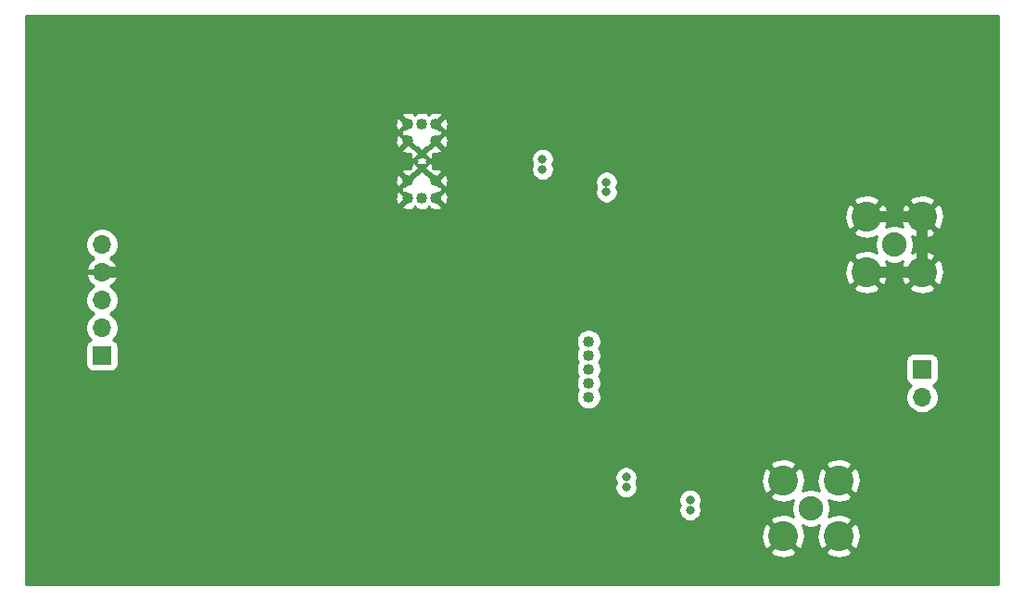
<source format=gbl>
%TF.GenerationSoftware,KiCad,Pcbnew,5.1.9-73d0e3b20d~88~ubuntu20.04.1*%
%TF.CreationDate,2021-08-29T02:04:36+07:00*%
%TF.ProjectId,rf_gpr,72665f67-7072-42e6-9b69-6361645f7063,rev?*%
%TF.SameCoordinates,Original*%
%TF.FileFunction,Copper,L2,Bot*%
%TF.FilePolarity,Positive*%
%FSLAX46Y46*%
G04 Gerber Fmt 4.6, Leading zero omitted, Abs format (unit mm)*
G04 Created by KiCad (PCBNEW 5.1.9-73d0e3b20d~88~ubuntu20.04.1) date 2021-08-29 02:04:36*
%MOMM*%
%LPD*%
G01*
G04 APERTURE LIST*
%TA.AperFunction,ComponentPad*%
%ADD10O,1.700000X1.700000*%
%TD*%
%TA.AperFunction,ComponentPad*%
%ADD11R,1.700000X1.700000*%
%TD*%
%TA.AperFunction,ComponentPad*%
%ADD12C,0.808000*%
%TD*%
%TA.AperFunction,ComponentPad*%
%ADD13C,1.016000*%
%TD*%
%TA.AperFunction,ComponentPad*%
%ADD14C,0.762000*%
%TD*%
%TA.AperFunction,ComponentPad*%
%ADD15C,2.240000*%
%TD*%
%TA.AperFunction,ComponentPad*%
%ADD16C,2.740000*%
%TD*%
%TA.AperFunction,ViaPad*%
%ADD17C,0.800000*%
%TD*%
%TA.AperFunction,Conductor*%
%ADD18C,1.000000*%
%TD*%
%TA.AperFunction,Conductor*%
%ADD19C,0.254000*%
%TD*%
%TA.AperFunction,Conductor*%
%ADD20C,0.100000*%
%TD*%
G04 APERTURE END LIST*
D10*
%TO.P,Dummy,2*%
%TO.N,N/C*%
X157480000Y-86360000D03*
D11*
%TO.P,Dummy,1*%
X157480000Y-83820000D03*
%TD*%
D12*
%TO.P,U8,3*%
%TO.N,Net-(C4-Pad2)*%
X136283700Y-96685100D03*
X136283700Y-95770700D03*
%TO.P,U8,1*%
%TO.N,Net-(U5-Pad1)*%
X130441700Y-94602300D03*
X130441700Y-93687900D03*
%TD*%
%TO.P,U4,3*%
%TO.N,Net-(C1-Pad1)*%
X122796300Y-64604900D03*
X122796300Y-65519300D03*
%TO.P,U4,1*%
%TO.N,Net-(U4-Pad1)*%
X128638300Y-66687700D03*
X128638300Y-67602100D03*
%TD*%
D13*
%TO.P,U3,6*%
%TO.N,Net-(U3-Pad6)*%
X127000000Y-86360000D03*
X127000000Y-85090000D03*
X127000000Y-83820000D03*
X127000000Y-82550000D03*
X127000000Y-81280000D03*
%TD*%
D14*
%TO.P,U2,4*%
%TO.N,GND*%
X111760000Y-64135000D03*
D13*
X110490000Y-61404500D03*
X113030000Y-62953900D03*
X113030000Y-61404500D03*
X110490000Y-62953900D03*
X111760000Y-61404500D03*
%TO.P,U2,2*%
X110490000Y-66586100D03*
X113030000Y-66586100D03*
X110490000Y-68135500D03*
X111760000Y-68135500D03*
X113030000Y-68135500D03*
D14*
X111760000Y-65405000D03*
%TD*%
D13*
%TO.P,U1,1*%
%TO.N,GND*%
X90525600Y-62230000D03*
X90525600Y-67310000D03*
X90525600Y-69850000D03*
X90525600Y-74930000D03*
X90525600Y-77470000D03*
X105486200Y-77470000D03*
X105486200Y-74930000D03*
X105486200Y-72390000D03*
X105486200Y-69850000D03*
X105486200Y-67310000D03*
X105486200Y-62230000D03*
X100660200Y-62230000D03*
X100660200Y-64770000D03*
X100660200Y-67310000D03*
X100660200Y-69850000D03*
X100660200Y-72390000D03*
X100660200Y-74930000D03*
X100660200Y-77470000D03*
X95351600Y-77470000D03*
X95351600Y-74930000D03*
X95351600Y-72390000D03*
X95351600Y-69850000D03*
X95351600Y-67310000D03*
X95351600Y-64770000D03*
X95351600Y-62230000D03*
%TD*%
D15*
%TO.P,J3,1*%
%TO.N,Net-(C4-Pad1)*%
X147320000Y-96520000D03*
D16*
%TO.P,J3,2*%
%TO.N,GND*%
X144780000Y-93980000D03*
X149860000Y-93980000D03*
X149860000Y-99060000D03*
X144780000Y-99060000D03*
%TD*%
D15*
%TO.P,J2,1*%
%TO.N,Net-(J2-Pad1)*%
X154940000Y-72390000D03*
D16*
%TO.P,J2,2*%
%TO.N,GND*%
X152400000Y-69850000D03*
X157480000Y-69850000D03*
X157480000Y-74930000D03*
X152400000Y-74930000D03*
%TD*%
D10*
%TO.P,J1,5*%
%TO.N,Net-(J1-Pad5)*%
X82550000Y-72390000D03*
%TO.P,J1,4*%
%TO.N,GND*%
X82550000Y-74930000D03*
%TO.P,J1,3*%
%TO.N,Net-(J1-Pad3)*%
X82550000Y-77470000D03*
%TO.P,J1,2*%
%TO.N,+5V*%
X82550000Y-80010000D03*
D11*
%TO.P,J1,1*%
%TO.N,Net-(J1-Pad1)*%
X82550000Y-82550000D03*
%TD*%
D17*
%TO.N,GND*%
X128270000Y-63500000D03*
X138430000Y-59690000D03*
X132080000Y-83820000D03*
X121920000Y-81280000D03*
X130810000Y-97790000D03*
X118110000Y-96520000D03*
%TD*%
D18*
%TO.N,GND*%
X82550000Y-74930000D02*
X90525600Y-74930000D01*
X152400000Y-74930000D02*
X157480000Y-74930000D01*
X152400000Y-69850000D02*
X157480000Y-69850000D01*
X157480000Y-69850000D02*
X157480000Y-74930000D01*
%TD*%
D19*
%TO.N,GND*%
X164440000Y-103480000D02*
X75590000Y-103480000D01*
X75590000Y-100459082D01*
X143560523Y-100459082D01*
X143700889Y-100761334D01*
X144053538Y-100939168D01*
X144434104Y-101044786D01*
X144827962Y-101074129D01*
X145219978Y-101026072D01*
X145595086Y-100902458D01*
X145859111Y-100761334D01*
X145999477Y-100459082D01*
X148640523Y-100459082D01*
X148780889Y-100761334D01*
X149133538Y-100939168D01*
X149514104Y-101044786D01*
X149907962Y-101074129D01*
X150299978Y-101026072D01*
X150675086Y-100902458D01*
X150939111Y-100761334D01*
X151079477Y-100459082D01*
X149860000Y-99239605D01*
X148640523Y-100459082D01*
X145999477Y-100459082D01*
X144780000Y-99239605D01*
X143560523Y-100459082D01*
X75590000Y-100459082D01*
X75590000Y-99107962D01*
X142765871Y-99107962D01*
X142813928Y-99499978D01*
X142937542Y-99875086D01*
X143078666Y-100139111D01*
X143380918Y-100279477D01*
X144600395Y-99060000D01*
X143380918Y-97840523D01*
X143078666Y-97980889D01*
X142900832Y-98333538D01*
X142795214Y-98714104D01*
X142765871Y-99107962D01*
X75590000Y-99107962D01*
X75590000Y-95668367D01*
X135244700Y-95668367D01*
X135244700Y-95873033D01*
X135284628Y-96073765D01*
X135348473Y-96227900D01*
X135284628Y-96382035D01*
X135244700Y-96582767D01*
X135244700Y-96787433D01*
X135284628Y-96988165D01*
X135362950Y-97177251D01*
X135476656Y-97347424D01*
X135621376Y-97492144D01*
X135791549Y-97605850D01*
X135980635Y-97684172D01*
X136181367Y-97724100D01*
X136386033Y-97724100D01*
X136586765Y-97684172D01*
X136775851Y-97605850D01*
X136946024Y-97492144D01*
X137090744Y-97347424D01*
X137204450Y-97177251D01*
X137282772Y-96988165D01*
X137322700Y-96787433D01*
X137322700Y-96582767D01*
X137282772Y-96382035D01*
X137218927Y-96227900D01*
X137282772Y-96073765D01*
X137322700Y-95873033D01*
X137322700Y-95668367D01*
X137282772Y-95467635D01*
X137246093Y-95379082D01*
X143560523Y-95379082D01*
X143700889Y-95681334D01*
X144053538Y-95859168D01*
X144434104Y-95964786D01*
X144827962Y-95994129D01*
X145219978Y-95946072D01*
X145595086Y-95822458D01*
X145741820Y-95744027D01*
X145632443Y-96008085D01*
X145565000Y-96347148D01*
X145565000Y-96692852D01*
X145632443Y-97031915D01*
X145743676Y-97300455D01*
X145506462Y-97180832D01*
X145125896Y-97075214D01*
X144732038Y-97045871D01*
X144340022Y-97093928D01*
X143964914Y-97217542D01*
X143700889Y-97358666D01*
X143560523Y-97660918D01*
X144780000Y-98880395D01*
X144794143Y-98866253D01*
X144973748Y-99045858D01*
X144959605Y-99060000D01*
X146179082Y-100279477D01*
X146481334Y-100139111D01*
X146659168Y-99786462D01*
X146764786Y-99405896D01*
X146794129Y-99012038D01*
X146746072Y-98620022D01*
X146622458Y-98244914D01*
X146544027Y-98098180D01*
X146808085Y-98207557D01*
X147147148Y-98275000D01*
X147492852Y-98275000D01*
X147831915Y-98207557D01*
X148100455Y-98096324D01*
X147980832Y-98333538D01*
X147875214Y-98714104D01*
X147845871Y-99107962D01*
X147893928Y-99499978D01*
X148017542Y-99875086D01*
X148158666Y-100139111D01*
X148460918Y-100279477D01*
X149680395Y-99060000D01*
X150039605Y-99060000D01*
X151259082Y-100279477D01*
X151561334Y-100139111D01*
X151739168Y-99786462D01*
X151844786Y-99405896D01*
X151874129Y-99012038D01*
X151826072Y-98620022D01*
X151702458Y-98244914D01*
X151561334Y-97980889D01*
X151259082Y-97840523D01*
X150039605Y-99060000D01*
X149680395Y-99060000D01*
X149666253Y-99045858D01*
X149845858Y-98866253D01*
X149860000Y-98880395D01*
X151079477Y-97660918D01*
X150939111Y-97358666D01*
X150586462Y-97180832D01*
X150205896Y-97075214D01*
X149812038Y-97045871D01*
X149420022Y-97093928D01*
X149044914Y-97217542D01*
X148898180Y-97295973D01*
X149007557Y-97031915D01*
X149075000Y-96692852D01*
X149075000Y-96347148D01*
X149007557Y-96008085D01*
X148896324Y-95739545D01*
X149133538Y-95859168D01*
X149514104Y-95964786D01*
X149907962Y-95994129D01*
X150299978Y-95946072D01*
X150675086Y-95822458D01*
X150939111Y-95681334D01*
X151079477Y-95379082D01*
X149860000Y-94159605D01*
X149845858Y-94173748D01*
X149666253Y-93994143D01*
X149680395Y-93980000D01*
X150039605Y-93980000D01*
X151259082Y-95199477D01*
X151561334Y-95059111D01*
X151739168Y-94706462D01*
X151844786Y-94325896D01*
X151874129Y-93932038D01*
X151826072Y-93540022D01*
X151702458Y-93164914D01*
X151561334Y-92900889D01*
X151259082Y-92760523D01*
X150039605Y-93980000D01*
X149680395Y-93980000D01*
X148460918Y-92760523D01*
X148158666Y-92900889D01*
X147980832Y-93253538D01*
X147875214Y-93634104D01*
X147845871Y-94027962D01*
X147893928Y-94419978D01*
X148017542Y-94795086D01*
X148095973Y-94941820D01*
X147831915Y-94832443D01*
X147492852Y-94765000D01*
X147147148Y-94765000D01*
X146808085Y-94832443D01*
X146539545Y-94943676D01*
X146659168Y-94706462D01*
X146764786Y-94325896D01*
X146794129Y-93932038D01*
X146746072Y-93540022D01*
X146622458Y-93164914D01*
X146481334Y-92900889D01*
X146179082Y-92760523D01*
X144959605Y-93980000D01*
X144973748Y-93994143D01*
X144794143Y-94173748D01*
X144780000Y-94159605D01*
X143560523Y-95379082D01*
X137246093Y-95379082D01*
X137204450Y-95278549D01*
X137090744Y-95108376D01*
X136946024Y-94963656D01*
X136775851Y-94849950D01*
X136586765Y-94771628D01*
X136386033Y-94731700D01*
X136181367Y-94731700D01*
X135980635Y-94771628D01*
X135791549Y-94849950D01*
X135621376Y-94963656D01*
X135476656Y-95108376D01*
X135362950Y-95278549D01*
X135284628Y-95467635D01*
X135244700Y-95668367D01*
X75590000Y-95668367D01*
X75590000Y-93585567D01*
X129402700Y-93585567D01*
X129402700Y-93790233D01*
X129442628Y-93990965D01*
X129506473Y-94145100D01*
X129442628Y-94299235D01*
X129402700Y-94499967D01*
X129402700Y-94704633D01*
X129442628Y-94905365D01*
X129520950Y-95094451D01*
X129634656Y-95264624D01*
X129779376Y-95409344D01*
X129949549Y-95523050D01*
X130138635Y-95601372D01*
X130339367Y-95641300D01*
X130544033Y-95641300D01*
X130744765Y-95601372D01*
X130933851Y-95523050D01*
X131104024Y-95409344D01*
X131248744Y-95264624D01*
X131362450Y-95094451D01*
X131440772Y-94905365D01*
X131480700Y-94704633D01*
X131480700Y-94499967D01*
X131440772Y-94299235D01*
X131376927Y-94145100D01*
X131425447Y-94027962D01*
X142765871Y-94027962D01*
X142813928Y-94419978D01*
X142937542Y-94795086D01*
X143078666Y-95059111D01*
X143380918Y-95199477D01*
X144600395Y-93980000D01*
X143380918Y-92760523D01*
X143078666Y-92900889D01*
X142900832Y-93253538D01*
X142795214Y-93634104D01*
X142765871Y-94027962D01*
X131425447Y-94027962D01*
X131440772Y-93990965D01*
X131480700Y-93790233D01*
X131480700Y-93585567D01*
X131440772Y-93384835D01*
X131362450Y-93195749D01*
X131248744Y-93025576D01*
X131104024Y-92880856D01*
X130933851Y-92767150D01*
X130744765Y-92688828D01*
X130544033Y-92648900D01*
X130339367Y-92648900D01*
X130138635Y-92688828D01*
X129949549Y-92767150D01*
X129779376Y-92880856D01*
X129634656Y-93025576D01*
X129520950Y-93195749D01*
X129442628Y-93384835D01*
X129402700Y-93585567D01*
X75590000Y-93585567D01*
X75590000Y-92580918D01*
X143560523Y-92580918D01*
X144780000Y-93800395D01*
X145999477Y-92580918D01*
X148640523Y-92580918D01*
X149860000Y-93800395D01*
X151079477Y-92580918D01*
X150939111Y-92278666D01*
X150586462Y-92100832D01*
X150205896Y-91995214D01*
X149812038Y-91965871D01*
X149420022Y-92013928D01*
X149044914Y-92137542D01*
X148780889Y-92278666D01*
X148640523Y-92580918D01*
X145999477Y-92580918D01*
X145859111Y-92278666D01*
X145506462Y-92100832D01*
X145125896Y-91995214D01*
X144732038Y-91965871D01*
X144340022Y-92013928D01*
X143964914Y-92137542D01*
X143700889Y-92278666D01*
X143560523Y-92580918D01*
X75590000Y-92580918D01*
X75590000Y-81700000D01*
X81061928Y-81700000D01*
X81061928Y-83400000D01*
X81074188Y-83524482D01*
X81110498Y-83644180D01*
X81169463Y-83754494D01*
X81248815Y-83851185D01*
X81345506Y-83930537D01*
X81455820Y-83989502D01*
X81575518Y-84025812D01*
X81700000Y-84038072D01*
X83400000Y-84038072D01*
X83524482Y-84025812D01*
X83644180Y-83989502D01*
X83754494Y-83930537D01*
X83851185Y-83851185D01*
X83930537Y-83754494D01*
X83989502Y-83644180D01*
X84025812Y-83524482D01*
X84038072Y-83400000D01*
X84038072Y-81700000D01*
X84025812Y-81575518D01*
X83989502Y-81455820D01*
X83930537Y-81345506D01*
X83851185Y-81248815D01*
X83754494Y-81169463D01*
X83750680Y-81167424D01*
X125857000Y-81167424D01*
X125857000Y-81392576D01*
X125900925Y-81613401D01*
X125987087Y-81821413D01*
X126049619Y-81915000D01*
X125987087Y-82008587D01*
X125900925Y-82216599D01*
X125857000Y-82437424D01*
X125857000Y-82662576D01*
X125900925Y-82883401D01*
X125987087Y-83091413D01*
X126049619Y-83185000D01*
X125987087Y-83278587D01*
X125900925Y-83486599D01*
X125857000Y-83707424D01*
X125857000Y-83932576D01*
X125900925Y-84153401D01*
X125987087Y-84361413D01*
X126049619Y-84455000D01*
X125987087Y-84548587D01*
X125900925Y-84756599D01*
X125857000Y-84977424D01*
X125857000Y-85202576D01*
X125900925Y-85423401D01*
X125987087Y-85631413D01*
X126049619Y-85725000D01*
X125987087Y-85818587D01*
X125900925Y-86026599D01*
X125857000Y-86247424D01*
X125857000Y-86472576D01*
X125900925Y-86693401D01*
X125987087Y-86901413D01*
X126112174Y-87088620D01*
X126271380Y-87247826D01*
X126458587Y-87372913D01*
X126666599Y-87459075D01*
X126887424Y-87503000D01*
X127112576Y-87503000D01*
X127333401Y-87459075D01*
X127541413Y-87372913D01*
X127728620Y-87247826D01*
X127887826Y-87088620D01*
X128012913Y-86901413D01*
X128099075Y-86693401D01*
X128143000Y-86472576D01*
X128143000Y-86247424D01*
X128099075Y-86026599D01*
X128012913Y-85818587D01*
X127950381Y-85725000D01*
X128012913Y-85631413D01*
X128099075Y-85423401D01*
X128143000Y-85202576D01*
X128143000Y-84977424D01*
X128099075Y-84756599D01*
X128012913Y-84548587D01*
X127950381Y-84455000D01*
X128012913Y-84361413D01*
X128099075Y-84153401D01*
X128143000Y-83932576D01*
X128143000Y-83707424D01*
X128099075Y-83486599D01*
X128012913Y-83278587D01*
X127950381Y-83185000D01*
X128012913Y-83091413D01*
X128063204Y-82970000D01*
X155991928Y-82970000D01*
X155991928Y-84670000D01*
X156004188Y-84794482D01*
X156040498Y-84914180D01*
X156099463Y-85024494D01*
X156178815Y-85121185D01*
X156275506Y-85200537D01*
X156385820Y-85259502D01*
X156458380Y-85281513D01*
X156326525Y-85413368D01*
X156164010Y-85656589D01*
X156052068Y-85926842D01*
X155995000Y-86213740D01*
X155995000Y-86506260D01*
X156052068Y-86793158D01*
X156164010Y-87063411D01*
X156326525Y-87306632D01*
X156533368Y-87513475D01*
X156776589Y-87675990D01*
X157046842Y-87787932D01*
X157333740Y-87845000D01*
X157626260Y-87845000D01*
X157913158Y-87787932D01*
X158183411Y-87675990D01*
X158426632Y-87513475D01*
X158633475Y-87306632D01*
X158795990Y-87063411D01*
X158907932Y-86793158D01*
X158965000Y-86506260D01*
X158965000Y-86213740D01*
X158907932Y-85926842D01*
X158795990Y-85656589D01*
X158633475Y-85413368D01*
X158501620Y-85281513D01*
X158574180Y-85259502D01*
X158684494Y-85200537D01*
X158781185Y-85121185D01*
X158860537Y-85024494D01*
X158919502Y-84914180D01*
X158955812Y-84794482D01*
X158968072Y-84670000D01*
X158968072Y-82970000D01*
X158955812Y-82845518D01*
X158919502Y-82725820D01*
X158860537Y-82615506D01*
X158781185Y-82518815D01*
X158684494Y-82439463D01*
X158574180Y-82380498D01*
X158454482Y-82344188D01*
X158330000Y-82331928D01*
X156630000Y-82331928D01*
X156505518Y-82344188D01*
X156385820Y-82380498D01*
X156275506Y-82439463D01*
X156178815Y-82518815D01*
X156099463Y-82615506D01*
X156040498Y-82725820D01*
X156004188Y-82845518D01*
X155991928Y-82970000D01*
X128063204Y-82970000D01*
X128099075Y-82883401D01*
X128143000Y-82662576D01*
X128143000Y-82437424D01*
X128099075Y-82216599D01*
X128012913Y-82008587D01*
X127950381Y-81915000D01*
X128012913Y-81821413D01*
X128099075Y-81613401D01*
X128143000Y-81392576D01*
X128143000Y-81167424D01*
X128099075Y-80946599D01*
X128012913Y-80738587D01*
X127887826Y-80551380D01*
X127728620Y-80392174D01*
X127541413Y-80267087D01*
X127333401Y-80180925D01*
X127112576Y-80137000D01*
X126887424Y-80137000D01*
X126666599Y-80180925D01*
X126458587Y-80267087D01*
X126271380Y-80392174D01*
X126112174Y-80551380D01*
X125987087Y-80738587D01*
X125900925Y-80946599D01*
X125857000Y-81167424D01*
X83750680Y-81167424D01*
X83644180Y-81110498D01*
X83571620Y-81088487D01*
X83703475Y-80956632D01*
X83865990Y-80713411D01*
X83977932Y-80443158D01*
X84035000Y-80156260D01*
X84035000Y-79863740D01*
X83977932Y-79576842D01*
X83865990Y-79306589D01*
X83703475Y-79063368D01*
X83496632Y-78856525D01*
X83322240Y-78740000D01*
X83496632Y-78623475D01*
X83703475Y-78416632D01*
X83865990Y-78173411D01*
X83977932Y-77903158D01*
X84035000Y-77616260D01*
X84035000Y-77323740D01*
X83977932Y-77036842D01*
X83865990Y-76766589D01*
X83703475Y-76523368D01*
X83509189Y-76329082D01*
X151180523Y-76329082D01*
X151320889Y-76631334D01*
X151673538Y-76809168D01*
X152054104Y-76914786D01*
X152447962Y-76944129D01*
X152839978Y-76896072D01*
X153215086Y-76772458D01*
X153479111Y-76631334D01*
X153619477Y-76329082D01*
X156260523Y-76329082D01*
X156400889Y-76631334D01*
X156753538Y-76809168D01*
X157134104Y-76914786D01*
X157527962Y-76944129D01*
X157919978Y-76896072D01*
X158295086Y-76772458D01*
X158559111Y-76631334D01*
X158699477Y-76329082D01*
X157480000Y-75109605D01*
X156260523Y-76329082D01*
X153619477Y-76329082D01*
X152400000Y-75109605D01*
X151180523Y-76329082D01*
X83509189Y-76329082D01*
X83496632Y-76316525D01*
X83314466Y-76194805D01*
X83431355Y-76125178D01*
X83647588Y-75930269D01*
X83821641Y-75696920D01*
X83946825Y-75434099D01*
X83991476Y-75286890D01*
X83870155Y-75057000D01*
X82677000Y-75057000D01*
X82677000Y-75077000D01*
X82423000Y-75077000D01*
X82423000Y-75057000D01*
X81229845Y-75057000D01*
X81108524Y-75286890D01*
X81153175Y-75434099D01*
X81278359Y-75696920D01*
X81452412Y-75930269D01*
X81668645Y-76125178D01*
X81785534Y-76194805D01*
X81603368Y-76316525D01*
X81396525Y-76523368D01*
X81234010Y-76766589D01*
X81122068Y-77036842D01*
X81065000Y-77323740D01*
X81065000Y-77616260D01*
X81122068Y-77903158D01*
X81234010Y-78173411D01*
X81396525Y-78416632D01*
X81603368Y-78623475D01*
X81777760Y-78740000D01*
X81603368Y-78856525D01*
X81396525Y-79063368D01*
X81234010Y-79306589D01*
X81122068Y-79576842D01*
X81065000Y-79863740D01*
X81065000Y-80156260D01*
X81122068Y-80443158D01*
X81234010Y-80713411D01*
X81396525Y-80956632D01*
X81528380Y-81088487D01*
X81455820Y-81110498D01*
X81345506Y-81169463D01*
X81248815Y-81248815D01*
X81169463Y-81345506D01*
X81110498Y-81455820D01*
X81074188Y-81575518D01*
X81061928Y-81700000D01*
X75590000Y-81700000D01*
X75590000Y-74977962D01*
X150385871Y-74977962D01*
X150433928Y-75369978D01*
X150557542Y-75745086D01*
X150698666Y-76009111D01*
X151000918Y-76149477D01*
X152220395Y-74930000D01*
X151000918Y-73710523D01*
X150698666Y-73850889D01*
X150520832Y-74203538D01*
X150415214Y-74584104D01*
X150385871Y-74977962D01*
X75590000Y-74977962D01*
X75590000Y-72243740D01*
X81065000Y-72243740D01*
X81065000Y-72536260D01*
X81122068Y-72823158D01*
X81234010Y-73093411D01*
X81396525Y-73336632D01*
X81603368Y-73543475D01*
X81785534Y-73665195D01*
X81668645Y-73734822D01*
X81452412Y-73929731D01*
X81278359Y-74163080D01*
X81153175Y-74425901D01*
X81108524Y-74573110D01*
X81229845Y-74803000D01*
X82423000Y-74803000D01*
X82423000Y-74783000D01*
X82677000Y-74783000D01*
X82677000Y-74803000D01*
X83870155Y-74803000D01*
X83991476Y-74573110D01*
X83946825Y-74425901D01*
X83821641Y-74163080D01*
X83647588Y-73929731D01*
X83431355Y-73734822D01*
X83314466Y-73665195D01*
X83496632Y-73543475D01*
X83703475Y-73336632D01*
X83865990Y-73093411D01*
X83977932Y-72823158D01*
X84035000Y-72536260D01*
X84035000Y-72243740D01*
X83977932Y-71956842D01*
X83865990Y-71686589D01*
X83703475Y-71443368D01*
X83509189Y-71249082D01*
X151180523Y-71249082D01*
X151320889Y-71551334D01*
X151673538Y-71729168D01*
X152054104Y-71834786D01*
X152447962Y-71864129D01*
X152839978Y-71816072D01*
X153215086Y-71692458D01*
X153361820Y-71614027D01*
X153252443Y-71878085D01*
X153185000Y-72217148D01*
X153185000Y-72562852D01*
X153252443Y-72901915D01*
X153363676Y-73170455D01*
X153126462Y-73050832D01*
X152745896Y-72945214D01*
X152352038Y-72915871D01*
X151960022Y-72963928D01*
X151584914Y-73087542D01*
X151320889Y-73228666D01*
X151180523Y-73530918D01*
X152400000Y-74750395D01*
X152414143Y-74736253D01*
X152593748Y-74915858D01*
X152579605Y-74930000D01*
X153799082Y-76149477D01*
X154101334Y-76009111D01*
X154279168Y-75656462D01*
X154384786Y-75275896D01*
X154414129Y-74882038D01*
X154366072Y-74490022D01*
X154242458Y-74114914D01*
X154164027Y-73968180D01*
X154428085Y-74077557D01*
X154767148Y-74145000D01*
X155112852Y-74145000D01*
X155451915Y-74077557D01*
X155720455Y-73966324D01*
X155600832Y-74203538D01*
X155495214Y-74584104D01*
X155465871Y-74977962D01*
X155513928Y-75369978D01*
X155637542Y-75745086D01*
X155778666Y-76009111D01*
X156080918Y-76149477D01*
X157300395Y-74930000D01*
X157659605Y-74930000D01*
X158879082Y-76149477D01*
X159181334Y-76009111D01*
X159359168Y-75656462D01*
X159464786Y-75275896D01*
X159494129Y-74882038D01*
X159446072Y-74490022D01*
X159322458Y-74114914D01*
X159181334Y-73850889D01*
X158879082Y-73710523D01*
X157659605Y-74930000D01*
X157300395Y-74930000D01*
X157286253Y-74915858D01*
X157465858Y-74736253D01*
X157480000Y-74750395D01*
X158699477Y-73530918D01*
X158559111Y-73228666D01*
X158206462Y-73050832D01*
X157825896Y-72945214D01*
X157432038Y-72915871D01*
X157040022Y-72963928D01*
X156664914Y-73087542D01*
X156518180Y-73165973D01*
X156627557Y-72901915D01*
X156695000Y-72562852D01*
X156695000Y-72217148D01*
X156627557Y-71878085D01*
X156516324Y-71609545D01*
X156753538Y-71729168D01*
X157134104Y-71834786D01*
X157527962Y-71864129D01*
X157919978Y-71816072D01*
X158295086Y-71692458D01*
X158559111Y-71551334D01*
X158699477Y-71249082D01*
X157480000Y-70029605D01*
X157465858Y-70043748D01*
X157286253Y-69864143D01*
X157300395Y-69850000D01*
X157659605Y-69850000D01*
X158879082Y-71069477D01*
X159181334Y-70929111D01*
X159359168Y-70576462D01*
X159464786Y-70195896D01*
X159494129Y-69802038D01*
X159446072Y-69410022D01*
X159322458Y-69034914D01*
X159181334Y-68770889D01*
X158879082Y-68630523D01*
X157659605Y-69850000D01*
X157300395Y-69850000D01*
X156080918Y-68630523D01*
X155778666Y-68770889D01*
X155600832Y-69123538D01*
X155495214Y-69504104D01*
X155465871Y-69897962D01*
X155513928Y-70289978D01*
X155637542Y-70665086D01*
X155715973Y-70811820D01*
X155451915Y-70702443D01*
X155112852Y-70635000D01*
X154767148Y-70635000D01*
X154428085Y-70702443D01*
X154159545Y-70813676D01*
X154279168Y-70576462D01*
X154384786Y-70195896D01*
X154414129Y-69802038D01*
X154366072Y-69410022D01*
X154242458Y-69034914D01*
X154101334Y-68770889D01*
X153799082Y-68630523D01*
X152579605Y-69850000D01*
X152593748Y-69864143D01*
X152414143Y-70043748D01*
X152400000Y-70029605D01*
X151180523Y-71249082D01*
X83509189Y-71249082D01*
X83496632Y-71236525D01*
X83253411Y-71074010D01*
X82983158Y-70962068D01*
X82696260Y-70905000D01*
X82403740Y-70905000D01*
X82116842Y-70962068D01*
X81846589Y-71074010D01*
X81603368Y-71236525D01*
X81396525Y-71443368D01*
X81234010Y-71686589D01*
X81122068Y-71956842D01*
X81065000Y-72243740D01*
X75590000Y-72243740D01*
X75590000Y-69897962D01*
X150385871Y-69897962D01*
X150433928Y-70289978D01*
X150557542Y-70665086D01*
X150698666Y-70929111D01*
X151000918Y-71069477D01*
X152220395Y-69850000D01*
X151000918Y-68630523D01*
X150698666Y-68770889D01*
X150520832Y-69123538D01*
X150415214Y-69504104D01*
X150385871Y-69897962D01*
X75590000Y-69897962D01*
X75590000Y-68217587D01*
X109344407Y-68217587D01*
X109382434Y-68439504D01*
X109463024Y-68649738D01*
X109491869Y-68703704D01*
X109706103Y-68739792D01*
X110310395Y-68135500D01*
X109706103Y-67531208D01*
X109491869Y-67567296D01*
X109400197Y-67772939D01*
X109350405Y-67992516D01*
X109344407Y-68217587D01*
X75590000Y-68217587D01*
X75590000Y-67351603D01*
X109885708Y-67351603D01*
X109894905Y-67360800D01*
X109885708Y-67369997D01*
X109921796Y-67584231D01*
X110127439Y-67675903D01*
X110234223Y-67700118D01*
X110490000Y-67955895D01*
X110504143Y-67941753D01*
X110618705Y-68056315D01*
X110614407Y-68217587D01*
X110614611Y-68218779D01*
X110504143Y-68329248D01*
X110490000Y-68315105D01*
X109885708Y-68919397D01*
X109921796Y-69133631D01*
X110127439Y-69225303D01*
X110347016Y-69275095D01*
X110572087Y-69281093D01*
X110794004Y-69243066D01*
X111004238Y-69162476D01*
X111058204Y-69133631D01*
X111081850Y-68993258D01*
X111125000Y-68950108D01*
X111168150Y-68993258D01*
X111191796Y-69133631D01*
X111397439Y-69225303D01*
X111617016Y-69275095D01*
X111842087Y-69281093D01*
X112064004Y-69243066D01*
X112274238Y-69162476D01*
X112328204Y-69133631D01*
X112351850Y-68993258D01*
X112395000Y-68950108D01*
X112438150Y-68993258D01*
X112461796Y-69133631D01*
X112667439Y-69225303D01*
X112887016Y-69275095D01*
X113112087Y-69281093D01*
X113334004Y-69243066D01*
X113544238Y-69162476D01*
X113598204Y-69133631D01*
X113634292Y-68919397D01*
X113030000Y-68315105D01*
X113015858Y-68329248D01*
X112901295Y-68214685D01*
X112903405Y-68135500D01*
X113209605Y-68135500D01*
X113813897Y-68739792D01*
X114028131Y-68703704D01*
X114119803Y-68498061D01*
X114169595Y-68278484D01*
X114175593Y-68053413D01*
X114137566Y-67831496D01*
X114056976Y-67621262D01*
X114028131Y-67567296D01*
X113813897Y-67531208D01*
X113209605Y-68135500D01*
X112903405Y-68135500D01*
X112905593Y-68053413D01*
X112905389Y-68052221D01*
X113015858Y-67941753D01*
X113030000Y-67955895D01*
X113283590Y-67702305D01*
X113334004Y-67693666D01*
X113544238Y-67613076D01*
X113598204Y-67584231D01*
X113634292Y-67369997D01*
X113625095Y-67360800D01*
X113634292Y-67351603D01*
X113598204Y-67137369D01*
X113392561Y-67045697D01*
X113285777Y-67021482D01*
X113030000Y-66765705D01*
X113015858Y-66779848D01*
X112836253Y-66600243D01*
X112850395Y-66586100D01*
X113209605Y-66586100D01*
X113813897Y-67190392D01*
X114028131Y-67154304D01*
X114119803Y-66948661D01*
X114169595Y-66729084D01*
X114173424Y-66585367D01*
X127599300Y-66585367D01*
X127599300Y-66790033D01*
X127639228Y-66990765D01*
X127703073Y-67144900D01*
X127639228Y-67299035D01*
X127599300Y-67499767D01*
X127599300Y-67704433D01*
X127639228Y-67905165D01*
X127717550Y-68094251D01*
X127831256Y-68264424D01*
X127975976Y-68409144D01*
X128146149Y-68522850D01*
X128335235Y-68601172D01*
X128535967Y-68641100D01*
X128740633Y-68641100D01*
X128941365Y-68601172D01*
X129130451Y-68522850D01*
X129238104Y-68450918D01*
X151180523Y-68450918D01*
X152400000Y-69670395D01*
X153619477Y-68450918D01*
X156260523Y-68450918D01*
X157480000Y-69670395D01*
X158699477Y-68450918D01*
X158559111Y-68148666D01*
X158206462Y-67970832D01*
X157825896Y-67865214D01*
X157432038Y-67835871D01*
X157040022Y-67883928D01*
X156664914Y-68007542D01*
X156400889Y-68148666D01*
X156260523Y-68450918D01*
X153619477Y-68450918D01*
X153479111Y-68148666D01*
X153126462Y-67970832D01*
X152745896Y-67865214D01*
X152352038Y-67835871D01*
X151960022Y-67883928D01*
X151584914Y-68007542D01*
X151320889Y-68148666D01*
X151180523Y-68450918D01*
X129238104Y-68450918D01*
X129300624Y-68409144D01*
X129445344Y-68264424D01*
X129559050Y-68094251D01*
X129637372Y-67905165D01*
X129677300Y-67704433D01*
X129677300Y-67499767D01*
X129637372Y-67299035D01*
X129573527Y-67144900D01*
X129637372Y-66990765D01*
X129677300Y-66790033D01*
X129677300Y-66585367D01*
X129637372Y-66384635D01*
X129559050Y-66195549D01*
X129445344Y-66025376D01*
X129300624Y-65880656D01*
X129130451Y-65766950D01*
X128941365Y-65688628D01*
X128740633Y-65648700D01*
X128535967Y-65648700D01*
X128335235Y-65688628D01*
X128146149Y-65766950D01*
X127975976Y-65880656D01*
X127831256Y-66025376D01*
X127717550Y-66195549D01*
X127639228Y-66384635D01*
X127599300Y-66585367D01*
X114173424Y-66585367D01*
X114175593Y-66504013D01*
X114137566Y-66282096D01*
X114056976Y-66071862D01*
X114028131Y-66017896D01*
X113813897Y-65981808D01*
X113209605Y-66586100D01*
X112850395Y-66586100D01*
X112246103Y-65981808D01*
X112170019Y-65994624D01*
X111760000Y-65584605D01*
X111349981Y-65994624D01*
X111273897Y-65981808D01*
X110669605Y-66586100D01*
X110683748Y-66600243D01*
X110504143Y-66779848D01*
X110490000Y-66765705D01*
X110236410Y-67019295D01*
X110185996Y-67027934D01*
X109975762Y-67108524D01*
X109921796Y-67137369D01*
X109885708Y-67351603D01*
X75590000Y-67351603D01*
X75590000Y-66668187D01*
X109344407Y-66668187D01*
X109382434Y-66890104D01*
X109463024Y-67100338D01*
X109491869Y-67154304D01*
X109706103Y-67190392D01*
X110310395Y-66586100D01*
X109706103Y-65981808D01*
X109491869Y-66017896D01*
X109400197Y-66223539D01*
X109350405Y-66443116D01*
X109344407Y-66668187D01*
X75590000Y-66668187D01*
X75590000Y-65802203D01*
X109885708Y-65802203D01*
X110490000Y-66406495D01*
X110986524Y-65909971D01*
X111067204Y-65918191D01*
X111580395Y-65405000D01*
X111939605Y-65405000D01*
X112452796Y-65918191D01*
X112533476Y-65909971D01*
X113030000Y-66406495D01*
X113634292Y-65802203D01*
X113598204Y-65587969D01*
X113392561Y-65496297D01*
X113172984Y-65446505D01*
X112947913Y-65440507D01*
X112775254Y-65470093D01*
X112777191Y-65317867D01*
X112740648Y-65121097D01*
X112666418Y-64935238D01*
X112654171Y-64912327D01*
X112452796Y-64891809D01*
X111939605Y-65405000D01*
X111580395Y-65405000D01*
X111067204Y-64891809D01*
X110865829Y-64912327D01*
X110786894Y-65096238D01*
X110745356Y-65292014D01*
X110743072Y-65471469D01*
X110632984Y-65446505D01*
X110407913Y-65440507D01*
X110185996Y-65478534D01*
X109975762Y-65559124D01*
X109921796Y-65587969D01*
X109885708Y-65802203D01*
X75590000Y-65802203D01*
X75590000Y-64712204D01*
X111246809Y-64712204D01*
X111304605Y-64770000D01*
X111246809Y-64827796D01*
X111267327Y-65029171D01*
X111451238Y-65108106D01*
X111647014Y-65149644D01*
X111684729Y-65150124D01*
X111760000Y-65225395D01*
X111833379Y-65152016D01*
X111847133Y-65152191D01*
X112043903Y-65115648D01*
X112229762Y-65041418D01*
X112252673Y-65029171D01*
X112273191Y-64827796D01*
X112215395Y-64770000D01*
X112273191Y-64712204D01*
X112252673Y-64510829D01*
X112068762Y-64431894D01*
X111872986Y-64390356D01*
X111835271Y-64389876D01*
X111760000Y-64314605D01*
X111686621Y-64387984D01*
X111672867Y-64387809D01*
X111476097Y-64424352D01*
X111290238Y-64498582D01*
X111267327Y-64510829D01*
X111246809Y-64712204D01*
X75590000Y-64712204D01*
X75590000Y-63737797D01*
X109885708Y-63737797D01*
X109921796Y-63952031D01*
X110127439Y-64043703D01*
X110347016Y-64093495D01*
X110572087Y-64099493D01*
X110744746Y-64069907D01*
X110742809Y-64222133D01*
X110779352Y-64418903D01*
X110853582Y-64604762D01*
X110865829Y-64627673D01*
X111067204Y-64648191D01*
X111580395Y-64135000D01*
X111939605Y-64135000D01*
X112452796Y-64648191D01*
X112654171Y-64627673D01*
X112707866Y-64502567D01*
X121757300Y-64502567D01*
X121757300Y-64707233D01*
X121797228Y-64907965D01*
X121861073Y-65062100D01*
X121797228Y-65216235D01*
X121757300Y-65416967D01*
X121757300Y-65621633D01*
X121797228Y-65822365D01*
X121875550Y-66011451D01*
X121989256Y-66181624D01*
X122133976Y-66326344D01*
X122304149Y-66440050D01*
X122493235Y-66518372D01*
X122693967Y-66558300D01*
X122898633Y-66558300D01*
X123099365Y-66518372D01*
X123288451Y-66440050D01*
X123458624Y-66326344D01*
X123603344Y-66181624D01*
X123717050Y-66011451D01*
X123795372Y-65822365D01*
X123835300Y-65621633D01*
X123835300Y-65416967D01*
X123795372Y-65216235D01*
X123731527Y-65062100D01*
X123795372Y-64907965D01*
X123835300Y-64707233D01*
X123835300Y-64502567D01*
X123795372Y-64301835D01*
X123717050Y-64112749D01*
X123603344Y-63942576D01*
X123458624Y-63797856D01*
X123288451Y-63684150D01*
X123099365Y-63605828D01*
X122898633Y-63565900D01*
X122693967Y-63565900D01*
X122493235Y-63605828D01*
X122304149Y-63684150D01*
X122133976Y-63797856D01*
X121989256Y-63942576D01*
X121875550Y-64112749D01*
X121797228Y-64301835D01*
X121757300Y-64502567D01*
X112707866Y-64502567D01*
X112733106Y-64443762D01*
X112774644Y-64247986D01*
X112776928Y-64068531D01*
X112887016Y-64093495D01*
X113112087Y-64099493D01*
X113334004Y-64061466D01*
X113544238Y-63980876D01*
X113598204Y-63952031D01*
X113634292Y-63737797D01*
X113030000Y-63133505D01*
X112533476Y-63630029D01*
X112452796Y-63621809D01*
X111939605Y-64135000D01*
X111580395Y-64135000D01*
X111067204Y-63621809D01*
X110986524Y-63630029D01*
X110490000Y-63133505D01*
X109885708Y-63737797D01*
X75590000Y-63737797D01*
X75590000Y-63035987D01*
X109344407Y-63035987D01*
X109382434Y-63257904D01*
X109463024Y-63468138D01*
X109491869Y-63522104D01*
X109706103Y-63558192D01*
X110310395Y-62953900D01*
X109706103Y-62349608D01*
X109491869Y-62385696D01*
X109400197Y-62591339D01*
X109350405Y-62810916D01*
X109344407Y-63035987D01*
X75590000Y-63035987D01*
X75590000Y-61486587D01*
X109344407Y-61486587D01*
X109382434Y-61708504D01*
X109463024Y-61918738D01*
X109491869Y-61972704D01*
X109706103Y-62008792D01*
X110310395Y-61404500D01*
X109706103Y-60800208D01*
X109491869Y-60836296D01*
X109400197Y-61041939D01*
X109350405Y-61261516D01*
X109344407Y-61486587D01*
X75590000Y-61486587D01*
X75590000Y-60620603D01*
X109885708Y-60620603D01*
X110490000Y-61224895D01*
X110504143Y-61210753D01*
X110618705Y-61325315D01*
X110614407Y-61486587D01*
X110614611Y-61487779D01*
X110504143Y-61598248D01*
X110490000Y-61584105D01*
X110236410Y-61837695D01*
X110185996Y-61846334D01*
X109975762Y-61926924D01*
X109921796Y-61955769D01*
X109885708Y-62170003D01*
X109894905Y-62179200D01*
X109885708Y-62188397D01*
X109921796Y-62402631D01*
X110127439Y-62494303D01*
X110234223Y-62518518D01*
X110490000Y-62774295D01*
X110504143Y-62760153D01*
X110683748Y-62939758D01*
X110669605Y-62953900D01*
X111273897Y-63558192D01*
X111349981Y-63545376D01*
X111760000Y-63955395D01*
X112170019Y-63545376D01*
X112246103Y-63558192D01*
X112850395Y-62953900D01*
X113209605Y-62953900D01*
X113813897Y-63558192D01*
X114028131Y-63522104D01*
X114119803Y-63316461D01*
X114169595Y-63096884D01*
X114175593Y-62871813D01*
X114137566Y-62649896D01*
X114056976Y-62439662D01*
X114028131Y-62385696D01*
X113813897Y-62349608D01*
X113209605Y-62953900D01*
X112850395Y-62953900D01*
X112836253Y-62939758D01*
X113015858Y-62760153D01*
X113030000Y-62774295D01*
X113283590Y-62520705D01*
X113334004Y-62512066D01*
X113544238Y-62431476D01*
X113598204Y-62402631D01*
X113634292Y-62188397D01*
X113625095Y-62179200D01*
X113634292Y-62170003D01*
X113598204Y-61955769D01*
X113392561Y-61864097D01*
X113285777Y-61839882D01*
X113030000Y-61584105D01*
X113015858Y-61598248D01*
X112901295Y-61483685D01*
X112903405Y-61404500D01*
X113209605Y-61404500D01*
X113813897Y-62008792D01*
X114028131Y-61972704D01*
X114119803Y-61767061D01*
X114169595Y-61547484D01*
X114175593Y-61322413D01*
X114137566Y-61100496D01*
X114056976Y-60890262D01*
X114028131Y-60836296D01*
X113813897Y-60800208D01*
X113209605Y-61404500D01*
X112903405Y-61404500D01*
X112905593Y-61322413D01*
X112905389Y-61321221D01*
X113015858Y-61210753D01*
X113030000Y-61224895D01*
X113634292Y-60620603D01*
X113598204Y-60406369D01*
X113392561Y-60314697D01*
X113172984Y-60264905D01*
X112947913Y-60258907D01*
X112725996Y-60296934D01*
X112515762Y-60377524D01*
X112461796Y-60406369D01*
X112438150Y-60546742D01*
X112395000Y-60589892D01*
X112351850Y-60546742D01*
X112328204Y-60406369D01*
X112122561Y-60314697D01*
X111902984Y-60264905D01*
X111677913Y-60258907D01*
X111455996Y-60296934D01*
X111245762Y-60377524D01*
X111191796Y-60406369D01*
X111168150Y-60546742D01*
X111125000Y-60589892D01*
X111081850Y-60546742D01*
X111058204Y-60406369D01*
X110852561Y-60314697D01*
X110632984Y-60264905D01*
X110407913Y-60258907D01*
X110185996Y-60296934D01*
X109975762Y-60377524D01*
X109921796Y-60406369D01*
X109885708Y-60620603D01*
X75590000Y-60620603D01*
X75590000Y-51460000D01*
X164440001Y-51460000D01*
X164440000Y-103480000D01*
%TA.AperFunction,Conductor*%
D20*
G36*
X164440000Y-103480000D02*
G01*
X75590000Y-103480000D01*
X75590000Y-100459082D01*
X143560523Y-100459082D01*
X143700889Y-100761334D01*
X144053538Y-100939168D01*
X144434104Y-101044786D01*
X144827962Y-101074129D01*
X145219978Y-101026072D01*
X145595086Y-100902458D01*
X145859111Y-100761334D01*
X145999477Y-100459082D01*
X148640523Y-100459082D01*
X148780889Y-100761334D01*
X149133538Y-100939168D01*
X149514104Y-101044786D01*
X149907962Y-101074129D01*
X150299978Y-101026072D01*
X150675086Y-100902458D01*
X150939111Y-100761334D01*
X151079477Y-100459082D01*
X149860000Y-99239605D01*
X148640523Y-100459082D01*
X145999477Y-100459082D01*
X144780000Y-99239605D01*
X143560523Y-100459082D01*
X75590000Y-100459082D01*
X75590000Y-99107962D01*
X142765871Y-99107962D01*
X142813928Y-99499978D01*
X142937542Y-99875086D01*
X143078666Y-100139111D01*
X143380918Y-100279477D01*
X144600395Y-99060000D01*
X143380918Y-97840523D01*
X143078666Y-97980889D01*
X142900832Y-98333538D01*
X142795214Y-98714104D01*
X142765871Y-99107962D01*
X75590000Y-99107962D01*
X75590000Y-95668367D01*
X135244700Y-95668367D01*
X135244700Y-95873033D01*
X135284628Y-96073765D01*
X135348473Y-96227900D01*
X135284628Y-96382035D01*
X135244700Y-96582767D01*
X135244700Y-96787433D01*
X135284628Y-96988165D01*
X135362950Y-97177251D01*
X135476656Y-97347424D01*
X135621376Y-97492144D01*
X135791549Y-97605850D01*
X135980635Y-97684172D01*
X136181367Y-97724100D01*
X136386033Y-97724100D01*
X136586765Y-97684172D01*
X136775851Y-97605850D01*
X136946024Y-97492144D01*
X137090744Y-97347424D01*
X137204450Y-97177251D01*
X137282772Y-96988165D01*
X137322700Y-96787433D01*
X137322700Y-96582767D01*
X137282772Y-96382035D01*
X137218927Y-96227900D01*
X137282772Y-96073765D01*
X137322700Y-95873033D01*
X137322700Y-95668367D01*
X137282772Y-95467635D01*
X137246093Y-95379082D01*
X143560523Y-95379082D01*
X143700889Y-95681334D01*
X144053538Y-95859168D01*
X144434104Y-95964786D01*
X144827962Y-95994129D01*
X145219978Y-95946072D01*
X145595086Y-95822458D01*
X145741820Y-95744027D01*
X145632443Y-96008085D01*
X145565000Y-96347148D01*
X145565000Y-96692852D01*
X145632443Y-97031915D01*
X145743676Y-97300455D01*
X145506462Y-97180832D01*
X145125896Y-97075214D01*
X144732038Y-97045871D01*
X144340022Y-97093928D01*
X143964914Y-97217542D01*
X143700889Y-97358666D01*
X143560523Y-97660918D01*
X144780000Y-98880395D01*
X144794143Y-98866253D01*
X144973748Y-99045858D01*
X144959605Y-99060000D01*
X146179082Y-100279477D01*
X146481334Y-100139111D01*
X146659168Y-99786462D01*
X146764786Y-99405896D01*
X146794129Y-99012038D01*
X146746072Y-98620022D01*
X146622458Y-98244914D01*
X146544027Y-98098180D01*
X146808085Y-98207557D01*
X147147148Y-98275000D01*
X147492852Y-98275000D01*
X147831915Y-98207557D01*
X148100455Y-98096324D01*
X147980832Y-98333538D01*
X147875214Y-98714104D01*
X147845871Y-99107962D01*
X147893928Y-99499978D01*
X148017542Y-99875086D01*
X148158666Y-100139111D01*
X148460918Y-100279477D01*
X149680395Y-99060000D01*
X150039605Y-99060000D01*
X151259082Y-100279477D01*
X151561334Y-100139111D01*
X151739168Y-99786462D01*
X151844786Y-99405896D01*
X151874129Y-99012038D01*
X151826072Y-98620022D01*
X151702458Y-98244914D01*
X151561334Y-97980889D01*
X151259082Y-97840523D01*
X150039605Y-99060000D01*
X149680395Y-99060000D01*
X149666253Y-99045858D01*
X149845858Y-98866253D01*
X149860000Y-98880395D01*
X151079477Y-97660918D01*
X150939111Y-97358666D01*
X150586462Y-97180832D01*
X150205896Y-97075214D01*
X149812038Y-97045871D01*
X149420022Y-97093928D01*
X149044914Y-97217542D01*
X148898180Y-97295973D01*
X149007557Y-97031915D01*
X149075000Y-96692852D01*
X149075000Y-96347148D01*
X149007557Y-96008085D01*
X148896324Y-95739545D01*
X149133538Y-95859168D01*
X149514104Y-95964786D01*
X149907962Y-95994129D01*
X150299978Y-95946072D01*
X150675086Y-95822458D01*
X150939111Y-95681334D01*
X151079477Y-95379082D01*
X149860000Y-94159605D01*
X149845858Y-94173748D01*
X149666253Y-93994143D01*
X149680395Y-93980000D01*
X150039605Y-93980000D01*
X151259082Y-95199477D01*
X151561334Y-95059111D01*
X151739168Y-94706462D01*
X151844786Y-94325896D01*
X151874129Y-93932038D01*
X151826072Y-93540022D01*
X151702458Y-93164914D01*
X151561334Y-92900889D01*
X151259082Y-92760523D01*
X150039605Y-93980000D01*
X149680395Y-93980000D01*
X148460918Y-92760523D01*
X148158666Y-92900889D01*
X147980832Y-93253538D01*
X147875214Y-93634104D01*
X147845871Y-94027962D01*
X147893928Y-94419978D01*
X148017542Y-94795086D01*
X148095973Y-94941820D01*
X147831915Y-94832443D01*
X147492852Y-94765000D01*
X147147148Y-94765000D01*
X146808085Y-94832443D01*
X146539545Y-94943676D01*
X146659168Y-94706462D01*
X146764786Y-94325896D01*
X146794129Y-93932038D01*
X146746072Y-93540022D01*
X146622458Y-93164914D01*
X146481334Y-92900889D01*
X146179082Y-92760523D01*
X144959605Y-93980000D01*
X144973748Y-93994143D01*
X144794143Y-94173748D01*
X144780000Y-94159605D01*
X143560523Y-95379082D01*
X137246093Y-95379082D01*
X137204450Y-95278549D01*
X137090744Y-95108376D01*
X136946024Y-94963656D01*
X136775851Y-94849950D01*
X136586765Y-94771628D01*
X136386033Y-94731700D01*
X136181367Y-94731700D01*
X135980635Y-94771628D01*
X135791549Y-94849950D01*
X135621376Y-94963656D01*
X135476656Y-95108376D01*
X135362950Y-95278549D01*
X135284628Y-95467635D01*
X135244700Y-95668367D01*
X75590000Y-95668367D01*
X75590000Y-93585567D01*
X129402700Y-93585567D01*
X129402700Y-93790233D01*
X129442628Y-93990965D01*
X129506473Y-94145100D01*
X129442628Y-94299235D01*
X129402700Y-94499967D01*
X129402700Y-94704633D01*
X129442628Y-94905365D01*
X129520950Y-95094451D01*
X129634656Y-95264624D01*
X129779376Y-95409344D01*
X129949549Y-95523050D01*
X130138635Y-95601372D01*
X130339367Y-95641300D01*
X130544033Y-95641300D01*
X130744765Y-95601372D01*
X130933851Y-95523050D01*
X131104024Y-95409344D01*
X131248744Y-95264624D01*
X131362450Y-95094451D01*
X131440772Y-94905365D01*
X131480700Y-94704633D01*
X131480700Y-94499967D01*
X131440772Y-94299235D01*
X131376927Y-94145100D01*
X131425447Y-94027962D01*
X142765871Y-94027962D01*
X142813928Y-94419978D01*
X142937542Y-94795086D01*
X143078666Y-95059111D01*
X143380918Y-95199477D01*
X144600395Y-93980000D01*
X143380918Y-92760523D01*
X143078666Y-92900889D01*
X142900832Y-93253538D01*
X142795214Y-93634104D01*
X142765871Y-94027962D01*
X131425447Y-94027962D01*
X131440772Y-93990965D01*
X131480700Y-93790233D01*
X131480700Y-93585567D01*
X131440772Y-93384835D01*
X131362450Y-93195749D01*
X131248744Y-93025576D01*
X131104024Y-92880856D01*
X130933851Y-92767150D01*
X130744765Y-92688828D01*
X130544033Y-92648900D01*
X130339367Y-92648900D01*
X130138635Y-92688828D01*
X129949549Y-92767150D01*
X129779376Y-92880856D01*
X129634656Y-93025576D01*
X129520950Y-93195749D01*
X129442628Y-93384835D01*
X129402700Y-93585567D01*
X75590000Y-93585567D01*
X75590000Y-92580918D01*
X143560523Y-92580918D01*
X144780000Y-93800395D01*
X145999477Y-92580918D01*
X148640523Y-92580918D01*
X149860000Y-93800395D01*
X151079477Y-92580918D01*
X150939111Y-92278666D01*
X150586462Y-92100832D01*
X150205896Y-91995214D01*
X149812038Y-91965871D01*
X149420022Y-92013928D01*
X149044914Y-92137542D01*
X148780889Y-92278666D01*
X148640523Y-92580918D01*
X145999477Y-92580918D01*
X145859111Y-92278666D01*
X145506462Y-92100832D01*
X145125896Y-91995214D01*
X144732038Y-91965871D01*
X144340022Y-92013928D01*
X143964914Y-92137542D01*
X143700889Y-92278666D01*
X143560523Y-92580918D01*
X75590000Y-92580918D01*
X75590000Y-81700000D01*
X81061928Y-81700000D01*
X81061928Y-83400000D01*
X81074188Y-83524482D01*
X81110498Y-83644180D01*
X81169463Y-83754494D01*
X81248815Y-83851185D01*
X81345506Y-83930537D01*
X81455820Y-83989502D01*
X81575518Y-84025812D01*
X81700000Y-84038072D01*
X83400000Y-84038072D01*
X83524482Y-84025812D01*
X83644180Y-83989502D01*
X83754494Y-83930537D01*
X83851185Y-83851185D01*
X83930537Y-83754494D01*
X83989502Y-83644180D01*
X84025812Y-83524482D01*
X84038072Y-83400000D01*
X84038072Y-81700000D01*
X84025812Y-81575518D01*
X83989502Y-81455820D01*
X83930537Y-81345506D01*
X83851185Y-81248815D01*
X83754494Y-81169463D01*
X83750680Y-81167424D01*
X125857000Y-81167424D01*
X125857000Y-81392576D01*
X125900925Y-81613401D01*
X125987087Y-81821413D01*
X126049619Y-81915000D01*
X125987087Y-82008587D01*
X125900925Y-82216599D01*
X125857000Y-82437424D01*
X125857000Y-82662576D01*
X125900925Y-82883401D01*
X125987087Y-83091413D01*
X126049619Y-83185000D01*
X125987087Y-83278587D01*
X125900925Y-83486599D01*
X125857000Y-83707424D01*
X125857000Y-83932576D01*
X125900925Y-84153401D01*
X125987087Y-84361413D01*
X126049619Y-84455000D01*
X125987087Y-84548587D01*
X125900925Y-84756599D01*
X125857000Y-84977424D01*
X125857000Y-85202576D01*
X125900925Y-85423401D01*
X125987087Y-85631413D01*
X126049619Y-85725000D01*
X125987087Y-85818587D01*
X125900925Y-86026599D01*
X125857000Y-86247424D01*
X125857000Y-86472576D01*
X125900925Y-86693401D01*
X125987087Y-86901413D01*
X126112174Y-87088620D01*
X126271380Y-87247826D01*
X126458587Y-87372913D01*
X126666599Y-87459075D01*
X126887424Y-87503000D01*
X127112576Y-87503000D01*
X127333401Y-87459075D01*
X127541413Y-87372913D01*
X127728620Y-87247826D01*
X127887826Y-87088620D01*
X128012913Y-86901413D01*
X128099075Y-86693401D01*
X128143000Y-86472576D01*
X128143000Y-86247424D01*
X128099075Y-86026599D01*
X128012913Y-85818587D01*
X127950381Y-85725000D01*
X128012913Y-85631413D01*
X128099075Y-85423401D01*
X128143000Y-85202576D01*
X128143000Y-84977424D01*
X128099075Y-84756599D01*
X128012913Y-84548587D01*
X127950381Y-84455000D01*
X128012913Y-84361413D01*
X128099075Y-84153401D01*
X128143000Y-83932576D01*
X128143000Y-83707424D01*
X128099075Y-83486599D01*
X128012913Y-83278587D01*
X127950381Y-83185000D01*
X128012913Y-83091413D01*
X128063204Y-82970000D01*
X155991928Y-82970000D01*
X155991928Y-84670000D01*
X156004188Y-84794482D01*
X156040498Y-84914180D01*
X156099463Y-85024494D01*
X156178815Y-85121185D01*
X156275506Y-85200537D01*
X156385820Y-85259502D01*
X156458380Y-85281513D01*
X156326525Y-85413368D01*
X156164010Y-85656589D01*
X156052068Y-85926842D01*
X155995000Y-86213740D01*
X155995000Y-86506260D01*
X156052068Y-86793158D01*
X156164010Y-87063411D01*
X156326525Y-87306632D01*
X156533368Y-87513475D01*
X156776589Y-87675990D01*
X157046842Y-87787932D01*
X157333740Y-87845000D01*
X157626260Y-87845000D01*
X157913158Y-87787932D01*
X158183411Y-87675990D01*
X158426632Y-87513475D01*
X158633475Y-87306632D01*
X158795990Y-87063411D01*
X158907932Y-86793158D01*
X158965000Y-86506260D01*
X158965000Y-86213740D01*
X158907932Y-85926842D01*
X158795990Y-85656589D01*
X158633475Y-85413368D01*
X158501620Y-85281513D01*
X158574180Y-85259502D01*
X158684494Y-85200537D01*
X158781185Y-85121185D01*
X158860537Y-85024494D01*
X158919502Y-84914180D01*
X158955812Y-84794482D01*
X158968072Y-84670000D01*
X158968072Y-82970000D01*
X158955812Y-82845518D01*
X158919502Y-82725820D01*
X158860537Y-82615506D01*
X158781185Y-82518815D01*
X158684494Y-82439463D01*
X158574180Y-82380498D01*
X158454482Y-82344188D01*
X158330000Y-82331928D01*
X156630000Y-82331928D01*
X156505518Y-82344188D01*
X156385820Y-82380498D01*
X156275506Y-82439463D01*
X156178815Y-82518815D01*
X156099463Y-82615506D01*
X156040498Y-82725820D01*
X156004188Y-82845518D01*
X155991928Y-82970000D01*
X128063204Y-82970000D01*
X128099075Y-82883401D01*
X128143000Y-82662576D01*
X128143000Y-82437424D01*
X128099075Y-82216599D01*
X128012913Y-82008587D01*
X127950381Y-81915000D01*
X128012913Y-81821413D01*
X128099075Y-81613401D01*
X128143000Y-81392576D01*
X128143000Y-81167424D01*
X128099075Y-80946599D01*
X128012913Y-80738587D01*
X127887826Y-80551380D01*
X127728620Y-80392174D01*
X127541413Y-80267087D01*
X127333401Y-80180925D01*
X127112576Y-80137000D01*
X126887424Y-80137000D01*
X126666599Y-80180925D01*
X126458587Y-80267087D01*
X126271380Y-80392174D01*
X126112174Y-80551380D01*
X125987087Y-80738587D01*
X125900925Y-80946599D01*
X125857000Y-81167424D01*
X83750680Y-81167424D01*
X83644180Y-81110498D01*
X83571620Y-81088487D01*
X83703475Y-80956632D01*
X83865990Y-80713411D01*
X83977932Y-80443158D01*
X84035000Y-80156260D01*
X84035000Y-79863740D01*
X83977932Y-79576842D01*
X83865990Y-79306589D01*
X83703475Y-79063368D01*
X83496632Y-78856525D01*
X83322240Y-78740000D01*
X83496632Y-78623475D01*
X83703475Y-78416632D01*
X83865990Y-78173411D01*
X83977932Y-77903158D01*
X84035000Y-77616260D01*
X84035000Y-77323740D01*
X83977932Y-77036842D01*
X83865990Y-76766589D01*
X83703475Y-76523368D01*
X83509189Y-76329082D01*
X151180523Y-76329082D01*
X151320889Y-76631334D01*
X151673538Y-76809168D01*
X152054104Y-76914786D01*
X152447962Y-76944129D01*
X152839978Y-76896072D01*
X153215086Y-76772458D01*
X153479111Y-76631334D01*
X153619477Y-76329082D01*
X156260523Y-76329082D01*
X156400889Y-76631334D01*
X156753538Y-76809168D01*
X157134104Y-76914786D01*
X157527962Y-76944129D01*
X157919978Y-76896072D01*
X158295086Y-76772458D01*
X158559111Y-76631334D01*
X158699477Y-76329082D01*
X157480000Y-75109605D01*
X156260523Y-76329082D01*
X153619477Y-76329082D01*
X152400000Y-75109605D01*
X151180523Y-76329082D01*
X83509189Y-76329082D01*
X83496632Y-76316525D01*
X83314466Y-76194805D01*
X83431355Y-76125178D01*
X83647588Y-75930269D01*
X83821641Y-75696920D01*
X83946825Y-75434099D01*
X83991476Y-75286890D01*
X83870155Y-75057000D01*
X82677000Y-75057000D01*
X82677000Y-75077000D01*
X82423000Y-75077000D01*
X82423000Y-75057000D01*
X81229845Y-75057000D01*
X81108524Y-75286890D01*
X81153175Y-75434099D01*
X81278359Y-75696920D01*
X81452412Y-75930269D01*
X81668645Y-76125178D01*
X81785534Y-76194805D01*
X81603368Y-76316525D01*
X81396525Y-76523368D01*
X81234010Y-76766589D01*
X81122068Y-77036842D01*
X81065000Y-77323740D01*
X81065000Y-77616260D01*
X81122068Y-77903158D01*
X81234010Y-78173411D01*
X81396525Y-78416632D01*
X81603368Y-78623475D01*
X81777760Y-78740000D01*
X81603368Y-78856525D01*
X81396525Y-79063368D01*
X81234010Y-79306589D01*
X81122068Y-79576842D01*
X81065000Y-79863740D01*
X81065000Y-80156260D01*
X81122068Y-80443158D01*
X81234010Y-80713411D01*
X81396525Y-80956632D01*
X81528380Y-81088487D01*
X81455820Y-81110498D01*
X81345506Y-81169463D01*
X81248815Y-81248815D01*
X81169463Y-81345506D01*
X81110498Y-81455820D01*
X81074188Y-81575518D01*
X81061928Y-81700000D01*
X75590000Y-81700000D01*
X75590000Y-74977962D01*
X150385871Y-74977962D01*
X150433928Y-75369978D01*
X150557542Y-75745086D01*
X150698666Y-76009111D01*
X151000918Y-76149477D01*
X152220395Y-74930000D01*
X151000918Y-73710523D01*
X150698666Y-73850889D01*
X150520832Y-74203538D01*
X150415214Y-74584104D01*
X150385871Y-74977962D01*
X75590000Y-74977962D01*
X75590000Y-72243740D01*
X81065000Y-72243740D01*
X81065000Y-72536260D01*
X81122068Y-72823158D01*
X81234010Y-73093411D01*
X81396525Y-73336632D01*
X81603368Y-73543475D01*
X81785534Y-73665195D01*
X81668645Y-73734822D01*
X81452412Y-73929731D01*
X81278359Y-74163080D01*
X81153175Y-74425901D01*
X81108524Y-74573110D01*
X81229845Y-74803000D01*
X82423000Y-74803000D01*
X82423000Y-74783000D01*
X82677000Y-74783000D01*
X82677000Y-74803000D01*
X83870155Y-74803000D01*
X83991476Y-74573110D01*
X83946825Y-74425901D01*
X83821641Y-74163080D01*
X83647588Y-73929731D01*
X83431355Y-73734822D01*
X83314466Y-73665195D01*
X83496632Y-73543475D01*
X83703475Y-73336632D01*
X83865990Y-73093411D01*
X83977932Y-72823158D01*
X84035000Y-72536260D01*
X84035000Y-72243740D01*
X83977932Y-71956842D01*
X83865990Y-71686589D01*
X83703475Y-71443368D01*
X83509189Y-71249082D01*
X151180523Y-71249082D01*
X151320889Y-71551334D01*
X151673538Y-71729168D01*
X152054104Y-71834786D01*
X152447962Y-71864129D01*
X152839978Y-71816072D01*
X153215086Y-71692458D01*
X153361820Y-71614027D01*
X153252443Y-71878085D01*
X153185000Y-72217148D01*
X153185000Y-72562852D01*
X153252443Y-72901915D01*
X153363676Y-73170455D01*
X153126462Y-73050832D01*
X152745896Y-72945214D01*
X152352038Y-72915871D01*
X151960022Y-72963928D01*
X151584914Y-73087542D01*
X151320889Y-73228666D01*
X151180523Y-73530918D01*
X152400000Y-74750395D01*
X152414143Y-74736253D01*
X152593748Y-74915858D01*
X152579605Y-74930000D01*
X153799082Y-76149477D01*
X154101334Y-76009111D01*
X154279168Y-75656462D01*
X154384786Y-75275896D01*
X154414129Y-74882038D01*
X154366072Y-74490022D01*
X154242458Y-74114914D01*
X154164027Y-73968180D01*
X154428085Y-74077557D01*
X154767148Y-74145000D01*
X155112852Y-74145000D01*
X155451915Y-74077557D01*
X155720455Y-73966324D01*
X155600832Y-74203538D01*
X155495214Y-74584104D01*
X155465871Y-74977962D01*
X155513928Y-75369978D01*
X155637542Y-75745086D01*
X155778666Y-76009111D01*
X156080918Y-76149477D01*
X157300395Y-74930000D01*
X157659605Y-74930000D01*
X158879082Y-76149477D01*
X159181334Y-76009111D01*
X159359168Y-75656462D01*
X159464786Y-75275896D01*
X159494129Y-74882038D01*
X159446072Y-74490022D01*
X159322458Y-74114914D01*
X159181334Y-73850889D01*
X158879082Y-73710523D01*
X157659605Y-74930000D01*
X157300395Y-74930000D01*
X157286253Y-74915858D01*
X157465858Y-74736253D01*
X157480000Y-74750395D01*
X158699477Y-73530918D01*
X158559111Y-73228666D01*
X158206462Y-73050832D01*
X157825896Y-72945214D01*
X157432038Y-72915871D01*
X157040022Y-72963928D01*
X156664914Y-73087542D01*
X156518180Y-73165973D01*
X156627557Y-72901915D01*
X156695000Y-72562852D01*
X156695000Y-72217148D01*
X156627557Y-71878085D01*
X156516324Y-71609545D01*
X156753538Y-71729168D01*
X157134104Y-71834786D01*
X157527962Y-71864129D01*
X157919978Y-71816072D01*
X158295086Y-71692458D01*
X158559111Y-71551334D01*
X158699477Y-71249082D01*
X157480000Y-70029605D01*
X157465858Y-70043748D01*
X157286253Y-69864143D01*
X157300395Y-69850000D01*
X157659605Y-69850000D01*
X158879082Y-71069477D01*
X159181334Y-70929111D01*
X159359168Y-70576462D01*
X159464786Y-70195896D01*
X159494129Y-69802038D01*
X159446072Y-69410022D01*
X159322458Y-69034914D01*
X159181334Y-68770889D01*
X158879082Y-68630523D01*
X157659605Y-69850000D01*
X157300395Y-69850000D01*
X156080918Y-68630523D01*
X155778666Y-68770889D01*
X155600832Y-69123538D01*
X155495214Y-69504104D01*
X155465871Y-69897962D01*
X155513928Y-70289978D01*
X155637542Y-70665086D01*
X155715973Y-70811820D01*
X155451915Y-70702443D01*
X155112852Y-70635000D01*
X154767148Y-70635000D01*
X154428085Y-70702443D01*
X154159545Y-70813676D01*
X154279168Y-70576462D01*
X154384786Y-70195896D01*
X154414129Y-69802038D01*
X154366072Y-69410022D01*
X154242458Y-69034914D01*
X154101334Y-68770889D01*
X153799082Y-68630523D01*
X152579605Y-69850000D01*
X152593748Y-69864143D01*
X152414143Y-70043748D01*
X152400000Y-70029605D01*
X151180523Y-71249082D01*
X83509189Y-71249082D01*
X83496632Y-71236525D01*
X83253411Y-71074010D01*
X82983158Y-70962068D01*
X82696260Y-70905000D01*
X82403740Y-70905000D01*
X82116842Y-70962068D01*
X81846589Y-71074010D01*
X81603368Y-71236525D01*
X81396525Y-71443368D01*
X81234010Y-71686589D01*
X81122068Y-71956842D01*
X81065000Y-72243740D01*
X75590000Y-72243740D01*
X75590000Y-69897962D01*
X150385871Y-69897962D01*
X150433928Y-70289978D01*
X150557542Y-70665086D01*
X150698666Y-70929111D01*
X151000918Y-71069477D01*
X152220395Y-69850000D01*
X151000918Y-68630523D01*
X150698666Y-68770889D01*
X150520832Y-69123538D01*
X150415214Y-69504104D01*
X150385871Y-69897962D01*
X75590000Y-69897962D01*
X75590000Y-68217587D01*
X109344407Y-68217587D01*
X109382434Y-68439504D01*
X109463024Y-68649738D01*
X109491869Y-68703704D01*
X109706103Y-68739792D01*
X110310395Y-68135500D01*
X109706103Y-67531208D01*
X109491869Y-67567296D01*
X109400197Y-67772939D01*
X109350405Y-67992516D01*
X109344407Y-68217587D01*
X75590000Y-68217587D01*
X75590000Y-67351603D01*
X109885708Y-67351603D01*
X109894905Y-67360800D01*
X109885708Y-67369997D01*
X109921796Y-67584231D01*
X110127439Y-67675903D01*
X110234223Y-67700118D01*
X110490000Y-67955895D01*
X110504143Y-67941753D01*
X110618705Y-68056315D01*
X110614407Y-68217587D01*
X110614611Y-68218779D01*
X110504143Y-68329248D01*
X110490000Y-68315105D01*
X109885708Y-68919397D01*
X109921796Y-69133631D01*
X110127439Y-69225303D01*
X110347016Y-69275095D01*
X110572087Y-69281093D01*
X110794004Y-69243066D01*
X111004238Y-69162476D01*
X111058204Y-69133631D01*
X111081850Y-68993258D01*
X111125000Y-68950108D01*
X111168150Y-68993258D01*
X111191796Y-69133631D01*
X111397439Y-69225303D01*
X111617016Y-69275095D01*
X111842087Y-69281093D01*
X112064004Y-69243066D01*
X112274238Y-69162476D01*
X112328204Y-69133631D01*
X112351850Y-68993258D01*
X112395000Y-68950108D01*
X112438150Y-68993258D01*
X112461796Y-69133631D01*
X112667439Y-69225303D01*
X112887016Y-69275095D01*
X113112087Y-69281093D01*
X113334004Y-69243066D01*
X113544238Y-69162476D01*
X113598204Y-69133631D01*
X113634292Y-68919397D01*
X113030000Y-68315105D01*
X113015858Y-68329248D01*
X112901295Y-68214685D01*
X112903405Y-68135500D01*
X113209605Y-68135500D01*
X113813897Y-68739792D01*
X114028131Y-68703704D01*
X114119803Y-68498061D01*
X114169595Y-68278484D01*
X114175593Y-68053413D01*
X114137566Y-67831496D01*
X114056976Y-67621262D01*
X114028131Y-67567296D01*
X113813897Y-67531208D01*
X113209605Y-68135500D01*
X112903405Y-68135500D01*
X112905593Y-68053413D01*
X112905389Y-68052221D01*
X113015858Y-67941753D01*
X113030000Y-67955895D01*
X113283590Y-67702305D01*
X113334004Y-67693666D01*
X113544238Y-67613076D01*
X113598204Y-67584231D01*
X113634292Y-67369997D01*
X113625095Y-67360800D01*
X113634292Y-67351603D01*
X113598204Y-67137369D01*
X113392561Y-67045697D01*
X113285777Y-67021482D01*
X113030000Y-66765705D01*
X113015858Y-66779848D01*
X112836253Y-66600243D01*
X112850395Y-66586100D01*
X113209605Y-66586100D01*
X113813897Y-67190392D01*
X114028131Y-67154304D01*
X114119803Y-66948661D01*
X114169595Y-66729084D01*
X114173424Y-66585367D01*
X127599300Y-66585367D01*
X127599300Y-66790033D01*
X127639228Y-66990765D01*
X127703073Y-67144900D01*
X127639228Y-67299035D01*
X127599300Y-67499767D01*
X127599300Y-67704433D01*
X127639228Y-67905165D01*
X127717550Y-68094251D01*
X127831256Y-68264424D01*
X127975976Y-68409144D01*
X128146149Y-68522850D01*
X128335235Y-68601172D01*
X128535967Y-68641100D01*
X128740633Y-68641100D01*
X128941365Y-68601172D01*
X129130451Y-68522850D01*
X129238104Y-68450918D01*
X151180523Y-68450918D01*
X152400000Y-69670395D01*
X153619477Y-68450918D01*
X156260523Y-68450918D01*
X157480000Y-69670395D01*
X158699477Y-68450918D01*
X158559111Y-68148666D01*
X158206462Y-67970832D01*
X157825896Y-67865214D01*
X157432038Y-67835871D01*
X157040022Y-67883928D01*
X156664914Y-68007542D01*
X156400889Y-68148666D01*
X156260523Y-68450918D01*
X153619477Y-68450918D01*
X153479111Y-68148666D01*
X153126462Y-67970832D01*
X152745896Y-67865214D01*
X152352038Y-67835871D01*
X151960022Y-67883928D01*
X151584914Y-68007542D01*
X151320889Y-68148666D01*
X151180523Y-68450918D01*
X129238104Y-68450918D01*
X129300624Y-68409144D01*
X129445344Y-68264424D01*
X129559050Y-68094251D01*
X129637372Y-67905165D01*
X129677300Y-67704433D01*
X129677300Y-67499767D01*
X129637372Y-67299035D01*
X129573527Y-67144900D01*
X129637372Y-66990765D01*
X129677300Y-66790033D01*
X129677300Y-66585367D01*
X129637372Y-66384635D01*
X129559050Y-66195549D01*
X129445344Y-66025376D01*
X129300624Y-65880656D01*
X129130451Y-65766950D01*
X128941365Y-65688628D01*
X128740633Y-65648700D01*
X128535967Y-65648700D01*
X128335235Y-65688628D01*
X128146149Y-65766950D01*
X127975976Y-65880656D01*
X127831256Y-66025376D01*
X127717550Y-66195549D01*
X127639228Y-66384635D01*
X127599300Y-66585367D01*
X114173424Y-66585367D01*
X114175593Y-66504013D01*
X114137566Y-66282096D01*
X114056976Y-66071862D01*
X114028131Y-66017896D01*
X113813897Y-65981808D01*
X113209605Y-66586100D01*
X112850395Y-66586100D01*
X112246103Y-65981808D01*
X112170019Y-65994624D01*
X111760000Y-65584605D01*
X111349981Y-65994624D01*
X111273897Y-65981808D01*
X110669605Y-66586100D01*
X110683748Y-66600243D01*
X110504143Y-66779848D01*
X110490000Y-66765705D01*
X110236410Y-67019295D01*
X110185996Y-67027934D01*
X109975762Y-67108524D01*
X109921796Y-67137369D01*
X109885708Y-67351603D01*
X75590000Y-67351603D01*
X75590000Y-66668187D01*
X109344407Y-66668187D01*
X109382434Y-66890104D01*
X109463024Y-67100338D01*
X109491869Y-67154304D01*
X109706103Y-67190392D01*
X110310395Y-66586100D01*
X109706103Y-65981808D01*
X109491869Y-66017896D01*
X109400197Y-66223539D01*
X109350405Y-66443116D01*
X109344407Y-66668187D01*
X75590000Y-66668187D01*
X75590000Y-65802203D01*
X109885708Y-65802203D01*
X110490000Y-66406495D01*
X110986524Y-65909971D01*
X111067204Y-65918191D01*
X111580395Y-65405000D01*
X111939605Y-65405000D01*
X112452796Y-65918191D01*
X112533476Y-65909971D01*
X113030000Y-66406495D01*
X113634292Y-65802203D01*
X113598204Y-65587969D01*
X113392561Y-65496297D01*
X113172984Y-65446505D01*
X112947913Y-65440507D01*
X112775254Y-65470093D01*
X112777191Y-65317867D01*
X112740648Y-65121097D01*
X112666418Y-64935238D01*
X112654171Y-64912327D01*
X112452796Y-64891809D01*
X111939605Y-65405000D01*
X111580395Y-65405000D01*
X111067204Y-64891809D01*
X110865829Y-64912327D01*
X110786894Y-65096238D01*
X110745356Y-65292014D01*
X110743072Y-65471469D01*
X110632984Y-65446505D01*
X110407913Y-65440507D01*
X110185996Y-65478534D01*
X109975762Y-65559124D01*
X109921796Y-65587969D01*
X109885708Y-65802203D01*
X75590000Y-65802203D01*
X75590000Y-64712204D01*
X111246809Y-64712204D01*
X111304605Y-64770000D01*
X111246809Y-64827796D01*
X111267327Y-65029171D01*
X111451238Y-65108106D01*
X111647014Y-65149644D01*
X111684729Y-65150124D01*
X111760000Y-65225395D01*
X111833379Y-65152016D01*
X111847133Y-65152191D01*
X112043903Y-65115648D01*
X112229762Y-65041418D01*
X112252673Y-65029171D01*
X112273191Y-64827796D01*
X112215395Y-64770000D01*
X112273191Y-64712204D01*
X112252673Y-64510829D01*
X112068762Y-64431894D01*
X111872986Y-64390356D01*
X111835271Y-64389876D01*
X111760000Y-64314605D01*
X111686621Y-64387984D01*
X111672867Y-64387809D01*
X111476097Y-64424352D01*
X111290238Y-64498582D01*
X111267327Y-64510829D01*
X111246809Y-64712204D01*
X75590000Y-64712204D01*
X75590000Y-63737797D01*
X109885708Y-63737797D01*
X109921796Y-63952031D01*
X110127439Y-64043703D01*
X110347016Y-64093495D01*
X110572087Y-64099493D01*
X110744746Y-64069907D01*
X110742809Y-64222133D01*
X110779352Y-64418903D01*
X110853582Y-64604762D01*
X110865829Y-64627673D01*
X111067204Y-64648191D01*
X111580395Y-64135000D01*
X111939605Y-64135000D01*
X112452796Y-64648191D01*
X112654171Y-64627673D01*
X112707866Y-64502567D01*
X121757300Y-64502567D01*
X121757300Y-64707233D01*
X121797228Y-64907965D01*
X121861073Y-65062100D01*
X121797228Y-65216235D01*
X121757300Y-65416967D01*
X121757300Y-65621633D01*
X121797228Y-65822365D01*
X121875550Y-66011451D01*
X121989256Y-66181624D01*
X122133976Y-66326344D01*
X122304149Y-66440050D01*
X122493235Y-66518372D01*
X122693967Y-66558300D01*
X122898633Y-66558300D01*
X123099365Y-66518372D01*
X123288451Y-66440050D01*
X123458624Y-66326344D01*
X123603344Y-66181624D01*
X123717050Y-66011451D01*
X123795372Y-65822365D01*
X123835300Y-65621633D01*
X123835300Y-65416967D01*
X123795372Y-65216235D01*
X123731527Y-65062100D01*
X123795372Y-64907965D01*
X123835300Y-64707233D01*
X123835300Y-64502567D01*
X123795372Y-64301835D01*
X123717050Y-64112749D01*
X123603344Y-63942576D01*
X123458624Y-63797856D01*
X123288451Y-63684150D01*
X123099365Y-63605828D01*
X122898633Y-63565900D01*
X122693967Y-63565900D01*
X122493235Y-63605828D01*
X122304149Y-63684150D01*
X122133976Y-63797856D01*
X121989256Y-63942576D01*
X121875550Y-64112749D01*
X121797228Y-64301835D01*
X121757300Y-64502567D01*
X112707866Y-64502567D01*
X112733106Y-64443762D01*
X112774644Y-64247986D01*
X112776928Y-64068531D01*
X112887016Y-64093495D01*
X113112087Y-64099493D01*
X113334004Y-64061466D01*
X113544238Y-63980876D01*
X113598204Y-63952031D01*
X113634292Y-63737797D01*
X113030000Y-63133505D01*
X112533476Y-63630029D01*
X112452796Y-63621809D01*
X111939605Y-64135000D01*
X111580395Y-64135000D01*
X111067204Y-63621809D01*
X110986524Y-63630029D01*
X110490000Y-63133505D01*
X109885708Y-63737797D01*
X75590000Y-63737797D01*
X75590000Y-63035987D01*
X109344407Y-63035987D01*
X109382434Y-63257904D01*
X109463024Y-63468138D01*
X109491869Y-63522104D01*
X109706103Y-63558192D01*
X110310395Y-62953900D01*
X109706103Y-62349608D01*
X109491869Y-62385696D01*
X109400197Y-62591339D01*
X109350405Y-62810916D01*
X109344407Y-63035987D01*
X75590000Y-63035987D01*
X75590000Y-61486587D01*
X109344407Y-61486587D01*
X109382434Y-61708504D01*
X109463024Y-61918738D01*
X109491869Y-61972704D01*
X109706103Y-62008792D01*
X110310395Y-61404500D01*
X109706103Y-60800208D01*
X109491869Y-60836296D01*
X109400197Y-61041939D01*
X109350405Y-61261516D01*
X109344407Y-61486587D01*
X75590000Y-61486587D01*
X75590000Y-60620603D01*
X109885708Y-60620603D01*
X110490000Y-61224895D01*
X110504143Y-61210753D01*
X110618705Y-61325315D01*
X110614407Y-61486587D01*
X110614611Y-61487779D01*
X110504143Y-61598248D01*
X110490000Y-61584105D01*
X110236410Y-61837695D01*
X110185996Y-61846334D01*
X109975762Y-61926924D01*
X109921796Y-61955769D01*
X109885708Y-62170003D01*
X109894905Y-62179200D01*
X109885708Y-62188397D01*
X109921796Y-62402631D01*
X110127439Y-62494303D01*
X110234223Y-62518518D01*
X110490000Y-62774295D01*
X110504143Y-62760153D01*
X110683748Y-62939758D01*
X110669605Y-62953900D01*
X111273897Y-63558192D01*
X111349981Y-63545376D01*
X111760000Y-63955395D01*
X112170019Y-63545376D01*
X112246103Y-63558192D01*
X112850395Y-62953900D01*
X113209605Y-62953900D01*
X113813897Y-63558192D01*
X114028131Y-63522104D01*
X114119803Y-63316461D01*
X114169595Y-63096884D01*
X114175593Y-62871813D01*
X114137566Y-62649896D01*
X114056976Y-62439662D01*
X114028131Y-62385696D01*
X113813897Y-62349608D01*
X113209605Y-62953900D01*
X112850395Y-62953900D01*
X112836253Y-62939758D01*
X113015858Y-62760153D01*
X113030000Y-62774295D01*
X113283590Y-62520705D01*
X113334004Y-62512066D01*
X113544238Y-62431476D01*
X113598204Y-62402631D01*
X113634292Y-62188397D01*
X113625095Y-62179200D01*
X113634292Y-62170003D01*
X113598204Y-61955769D01*
X113392561Y-61864097D01*
X113285777Y-61839882D01*
X113030000Y-61584105D01*
X113015858Y-61598248D01*
X112901295Y-61483685D01*
X112903405Y-61404500D01*
X113209605Y-61404500D01*
X113813897Y-62008792D01*
X114028131Y-61972704D01*
X114119803Y-61767061D01*
X114169595Y-61547484D01*
X114175593Y-61322413D01*
X114137566Y-61100496D01*
X114056976Y-60890262D01*
X114028131Y-60836296D01*
X113813897Y-60800208D01*
X113209605Y-61404500D01*
X112903405Y-61404500D01*
X112905593Y-61322413D01*
X112905389Y-61321221D01*
X113015858Y-61210753D01*
X113030000Y-61224895D01*
X113634292Y-60620603D01*
X113598204Y-60406369D01*
X113392561Y-60314697D01*
X113172984Y-60264905D01*
X112947913Y-60258907D01*
X112725996Y-60296934D01*
X112515762Y-60377524D01*
X112461796Y-60406369D01*
X112438150Y-60546742D01*
X112395000Y-60589892D01*
X112351850Y-60546742D01*
X112328204Y-60406369D01*
X112122561Y-60314697D01*
X111902984Y-60264905D01*
X111677913Y-60258907D01*
X111455996Y-60296934D01*
X111245762Y-60377524D01*
X111191796Y-60406369D01*
X111168150Y-60546742D01*
X111125000Y-60589892D01*
X111081850Y-60546742D01*
X111058204Y-60406369D01*
X110852561Y-60314697D01*
X110632984Y-60264905D01*
X110407913Y-60258907D01*
X110185996Y-60296934D01*
X109975762Y-60377524D01*
X109921796Y-60406369D01*
X109885708Y-60620603D01*
X75590000Y-60620603D01*
X75590000Y-51460000D01*
X164440001Y-51460000D01*
X164440000Y-103480000D01*
G37*
%TD.AperFunction*%
D19*
X111888705Y-68056315D02*
X111884407Y-68217587D01*
X111884611Y-68218779D01*
X111774143Y-68329248D01*
X111760000Y-68315105D01*
X111745858Y-68329248D01*
X111631295Y-68214685D01*
X111635593Y-68053413D01*
X111635389Y-68052221D01*
X111745858Y-67941753D01*
X111760000Y-67955895D01*
X111774143Y-67941753D01*
X111888705Y-68056315D01*
%TA.AperFunction,Conductor*%
D20*
G36*
X111888705Y-68056315D02*
G01*
X111884407Y-68217587D01*
X111884611Y-68218779D01*
X111774143Y-68329248D01*
X111760000Y-68315105D01*
X111745858Y-68329248D01*
X111631295Y-68214685D01*
X111635593Y-68053413D01*
X111635389Y-68052221D01*
X111745858Y-67941753D01*
X111760000Y-67955895D01*
X111774143Y-67941753D01*
X111888705Y-68056315D01*
G37*
%TD.AperFunction*%
D19*
X111888705Y-61325315D02*
X111884407Y-61486587D01*
X111884611Y-61487779D01*
X111774143Y-61598248D01*
X111760000Y-61584105D01*
X111745858Y-61598248D01*
X111631295Y-61483685D01*
X111635593Y-61322413D01*
X111635389Y-61321221D01*
X111745858Y-61210753D01*
X111760000Y-61224895D01*
X111774143Y-61210753D01*
X111888705Y-61325315D01*
%TA.AperFunction,Conductor*%
D20*
G36*
X111888705Y-61325315D02*
G01*
X111884407Y-61486587D01*
X111884611Y-61487779D01*
X111774143Y-61598248D01*
X111760000Y-61584105D01*
X111745858Y-61598248D01*
X111631295Y-61483685D01*
X111635593Y-61322413D01*
X111635389Y-61321221D01*
X111745858Y-61210753D01*
X111760000Y-61224895D01*
X111774143Y-61210753D01*
X111888705Y-61325315D01*
G37*
%TD.AperFunction*%
%TD*%
M02*

</source>
